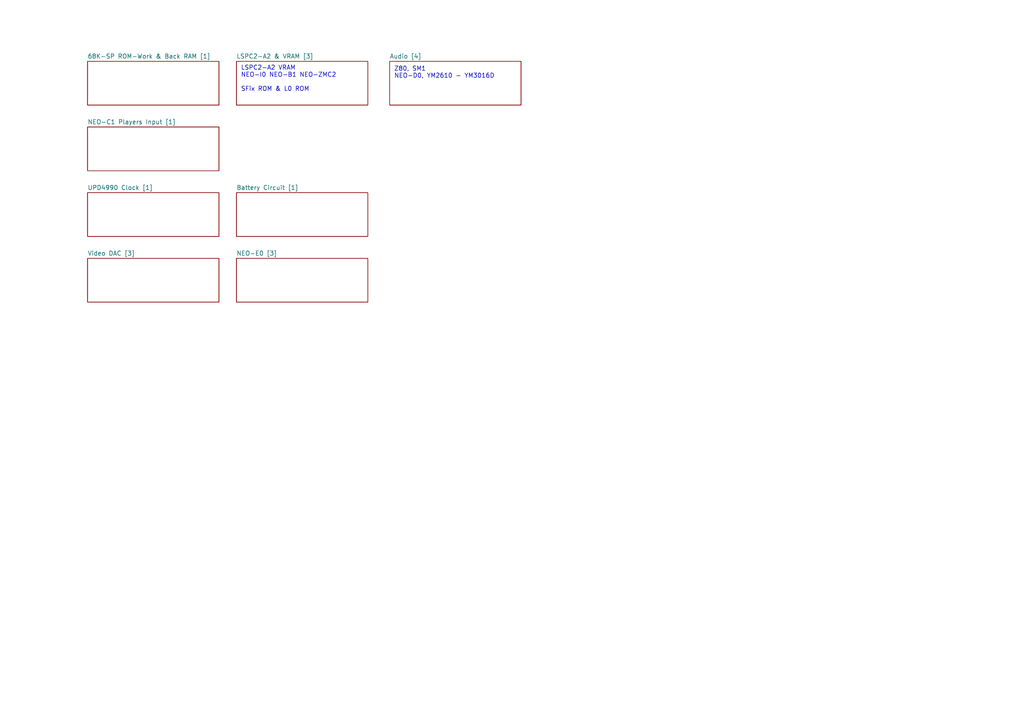
<source format=kicad_sch>
(kicad_sch (version 20230121) (generator eeschema)
  (paper "A4")
  (title_block (date "2023-08-15") (rev "1.0") (company "SNK") (comment 3 "Converted by Frater ") (comment 4 "NEO-GEO MVS MV1F"))
  (lib_symbols)
  (text "Z80, SM1\nNEO-D0, YM2610 - YM3016D" (at 114.3 22.86 0) (effects (font (size 1.27 1.27)) (justify left bottom)))
  (text "LSPC2-A2 VRAM \nNEO-I0 NEO-B1 NEO-ZMC2 \n\nSFix ROM & L0 ROM" (at 69.85 26.67 0) (effects (font (size 1.27 1.27)) (justify left bottom)))
  (sheet (at 25.4 74.93) (size 38.1 12.7) (stroke (width 0.1524))
    (property "Sheetname" "Video DAC [3]" (at 25.4 74.2184 0) (effects (justify left bottom)))
    (property "Sheetfile" "RGBDAC.kicad_sch" (effects hide))
  )
  (sheet (at 25.4 17.78) (size 38.1 12.7) (stroke (width 0.1524))
    (property "Sheetname" "68K-SP ROM-Work & Back RAM [1]" (at 25.4 17.0684 0) (effects (justify left bottom)))
    (property "Sheetfile" "68KWBRAM.kicad_sch" (effects hide))
  )
  (sheet (at 25.4 55.88) (size 38.1 12.7) (stroke (width 0.1524))
    (property "Sheetname" "UPD4990 Clock [1]" (at 25.4 55.1684 0) (effects (justify left bottom)))
    (property "Sheetfile" "clock.kicad_sch" (effects hide))
  )
  (sheet (at 25.4 36.83) (size 38.1 12.7) (stroke (width 0.1524))
    (property "Sheetname" "NEO-C1 Players Input [1]" (at 25.4 36.1184 0) (effects (justify left bottom)))
    (property "Sheetfile" "PlayersInput.kicad_sch" (effects hide))
  )
  (sheet (at 68.58 17.78) (size 38.1 12.7) (stroke (width 0.1524))
    (property "Sheetname" "LSPC2-A2 & VRAM [3]" (at 68.58 17.0684 0) (effects (justify left bottom)))
    (property "Sheetfile" "lspc2-Vram.kicad_sch" (effects hide))
  )
  (sheet (at 113.03 17.78) (size 38.1 12.7) (stroke (width 0.1524))
    (property "Sheetname" "Audio [4]" (at 113.03 17.0684 0) (effects (justify left bottom)))
    (property "Sheetfile" "Audio.kicad_sch" (effects hide))
  )
  (sheet (at 68.58 55.88) (size 38.1 12.7) (stroke (width 0.1524))
    (property "Sheetname" "Battery Circuit [1]" (at 68.58 55.1684 0) (effects (justify left bottom)))
    (property "Sheetfile" "BatterySaved.kicad_sch" (effects hide))
  )
  (sheet (at 68.58 74.93) (size 38.1 12.7) (stroke (width 0.1524))
    (property "Sheetname" "NEO-E0 [3]" (at 68.58 74.2184 0) (effects (justify left bottom)))
    (property "Sheetfile" "neo-e0-stuff.kicad_sch" (effects hide))
  )
)
</source>
